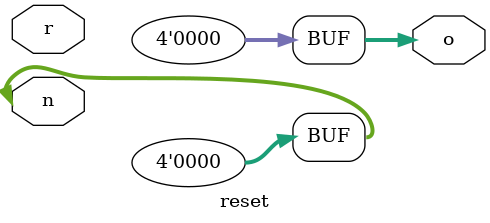
<source format=v>
module reset (
  output reg [3:0] o,
  input r,
  input [3:0] n
);

  always @ (r)
    begin
      o <= 4'b0000;
    end

  always @ (n)
    begin
      o <= n;
    end

endmodule
</source>
